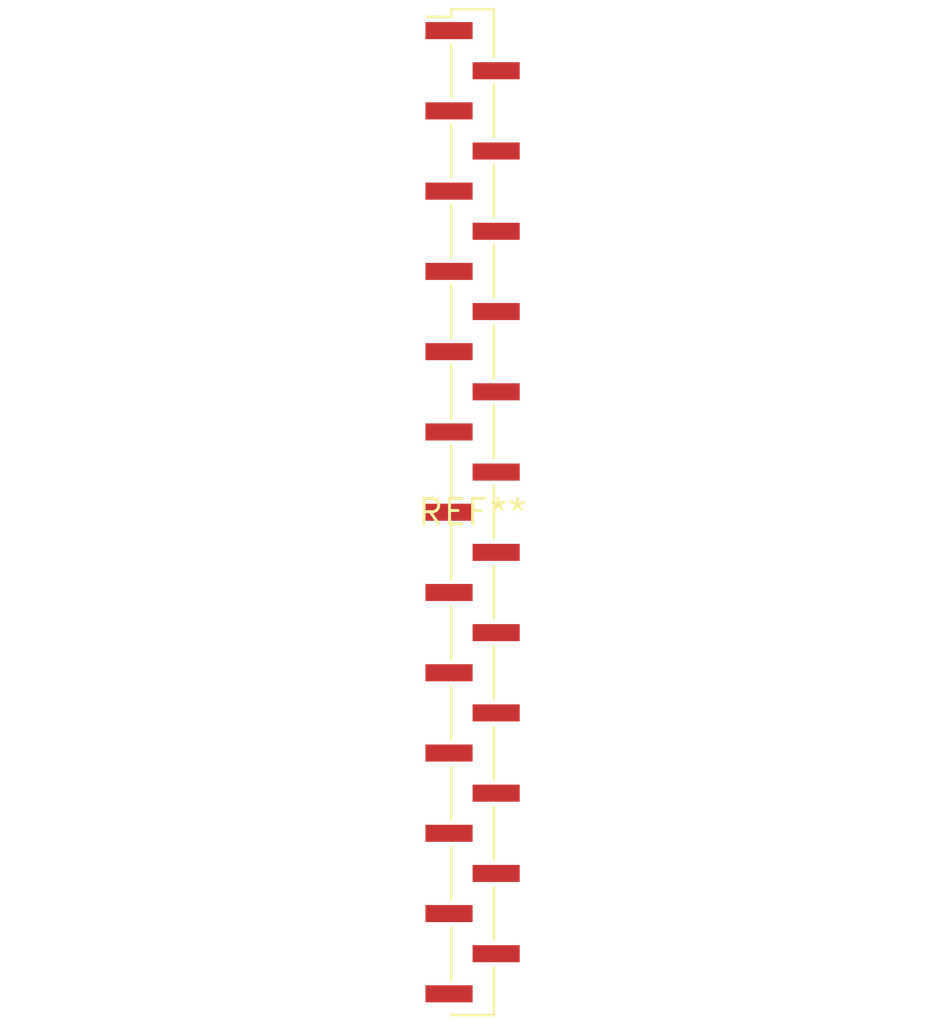
<source format=kicad_pcb>
(kicad_pcb (version 20240108) (generator pcbnew)
  (layers (0 "F.Cu" signal) (31 "B.Cu" signal) (34 "B.Paste" user) (35 "F.Paste" user) (36 "B.SilkS" user "B.Silkscreen") (37 "F.SilkS" user "F.Silkscreen") (38 "B.Mask" user) (39 "F.Mask" user) (44 "Edge.Cuts" user))
  (net 0 "")
  (footprint "PinHeader_1x25_P2.00mm_Vertical_SMD_Pin1Left" (layer "F.Cu") (at 0 0)
    (property "Reference" "REF**")
    (property "Value" "PinHeader_1x25_P2.00mm_Vertical_SMD_Pin1Left")
    (fp_line (start -1.06 -25.06) (end -1.06 -24.685) (layer "F.SilkS") (stroke (width 0.12)))
    (fp_line (start -1.06 -25.06) (end 1.06 -25.06) (layer "F.SilkS") (stroke (width 0.12)))
    (fp_line (start -1.06 -24.685) (end -2.29 -24.685) (layer "F.SilkS") (stroke (width 0.12)))
    (fp_line (start -1.06 -23.315) (end -1.06 -20.685) (layer "F.SilkS") (stroke (width 0.12)))
    (fp_line (start -1.06 -19.315) (end -1.06 -16.685) (layer "F.SilkS") (stroke (width 0.12)))
    (fp_line (start -1.06 -15.315) (end -1.06 -12.685) (layer "F.SilkS") (stroke (width 0.12)))
    (fp_line (start -1.06 -11.315) (end -1.06 -8.685) (layer "F.SilkS") (stroke (width 0.12)))
    (fp_line (start -1.06 -7.315) (end -1.06 -4.685) (layer "F.SilkS") (stroke (width 0.12)))
    (fp_line (start -1.06 -3.315) (end -1.06 -0.685) (layer "F.SilkS") (stroke (width 0.12)))
    (fp_line (start -1.06 0.685) (end -1.06 3.315) (layer "F.SilkS") (stroke (width 0.12)))
    (fp_line (start -1.06 4.685) (end -1.06 7.315) (layer "F.SilkS") (stroke (width 0.12)))
    (fp_line (start -1.06 8.685) (end -1.06 11.315) (layer "F.SilkS") (stroke (width 0.12)))
    (fp_line (start -1.06 12.685) (end -1.06 15.315) (layer "F.SilkS") (stroke (width 0.12)))
    (fp_line (start -1.06 16.685) (end -1.06 19.315) (layer "F.SilkS") (stroke (width 0.12)))
    (fp_line (start -1.06 20.685) (end -1.06 23.315) (layer "F.SilkS") (stroke (width 0.12)))
    (fp_line (start -1.06 25.06) (end 1.06 25.06) (layer "F.SilkS") (stroke (width 0.12)))
    (fp_line (start 1.06 -25.06) (end 1.06 -22.685) (layer "F.SilkS") (stroke (width 0.12)))
    (fp_line (start 1.06 -21.315) (end 1.06 -18.685) (layer "F.SilkS") (stroke (width 0.12)))
    (fp_line (start 1.06 -17.315) (end 1.06 -14.685) (layer "F.SilkS") (stroke (width 0.12)))
    (fp_line (start 1.06 -13.315) (end 1.06 -10.685) (layer "F.SilkS") (stroke (width 0.12)))
    (fp_line (start 1.06 -9.315) (end 1.06 -6.685) (layer "F.SilkS") (stroke (width 0.12)))
    (fp_line (start 1.06 -5.315) (end 1.06 -2.685) (layer "F.SilkS") (stroke (width 0.12)))
    (fp_line (start 1.06 -1.315) (end 1.06 1.315) (layer "F.SilkS") (stroke (width 0.12)))
    (fp_line (start 1.06 2.685) (end 1.06 5.315) (layer "F.SilkS") (stroke (width 0.12)))
    (fp_line (start 1.06 6.685) (end 1.06 9.315) (layer "F.SilkS") (stroke (width 0.12)))
    (fp_line (start 1.06 10.685) (end 1.06 13.315) (layer "F.SilkS") (stroke (width 0.12)))
    (fp_line (start 1.06 14.685) (end 1.06 17.315) (layer "F.SilkS") (stroke (width 0.12)))
    (fp_line (start 1.06 18.685) (end 1.06 21.315) (layer "F.SilkS") (stroke (width 0.12)))
    (fp_line (start 1.06 22.685) (end 1.06 25.06) (layer "F.SilkS") (stroke (width 0.12)))
    (fp_line (start 1.06 24.685) (end 1.06 25.06) (layer "F.SilkS") (stroke (width 0.12)))
    (pad "1" smd rect (at -1.175 -24) (size 2.35 0.85) (layers "F.Cu" "F.Paste" "F.Mask"))
    (pad "2" smd rect (at 1.175 -22) (size 2.35 0.85) (layers "F.Cu" "F.Paste" "F.Mask"))
    (pad "3" smd rect (at -1.175 -20) (size 2.35 0.85) (layers "F.Cu" "F.Paste" "F.Mask"))
    (pad "4" smd rect (at 1.175 -18) (size 2.35 0.85) (layers "F.Cu" "F.Paste" "F.Mask"))
    (pad "5" smd rect (at -1.175 -16) (size 2.35 0.85) (layers "F.Cu" "F.Paste" "F.Mask"))
    (pad "6" smd rect (at 1.175 -14) (size 2.35 0.85) (layers "F.Cu" "F.Paste" "F.Mask"))
    (pad "7" smd rect (at -1.175 -12) (size 2.35 0.85) (layers "F.Cu" "F.Paste" "F.Mask"))
    (pad "8" smd rect (at 1.175 -10) (size 2.35 0.85) (layers "F.Cu" "F.Paste" "F.Mask"))
    (pad "9" smd rect (at -1.175 -8) (size 2.35 0.85) (layers "F.Cu" "F.Paste" "F.Mask"))
    (pad "10" smd rect (at 1.175 -6) (size 2.35 0.85) (layers "F.Cu" "F.Paste" "F.Mask"))
    (pad "11" smd rect (at -1.175 -4) (size 2.35 0.85) (layers "F.Cu" "F.Paste" "F.Mask"))
    (pad "12" smd rect (at 1.175 -2) (size 2.35 0.85) (layers "F.Cu" "F.Paste" "F.Mask"))
    (pad "13" smd rect (at -1.175 0) (size 2.35 0.85) (layers "F.Cu" "F.Paste" "F.Mask"))
    (pad "14" smd rect (at 1.175 2) (size 2.35 0.85) (layers "F.Cu" "F.Paste" "F.Mask"))
    (pad "15" smd rect (at -1.175 4) (size 2.35 0.85) (layers "F.Cu" "F.Paste" "F.Mask"))
    (pad "16" smd rect (at 1.175 6) (size 2.35 0.85) (layers "F.Cu" "F.Paste" "F.Mask"))
    (pad "17" smd rect (at -1.175 8) (size 2.35 0.85) (layers "F.Cu" "F.Paste" "F.Mask"))
    (pad "18" smd rect (at 1.175 10) (size 2.35 0.85) (layers "F.Cu" "F.Paste" "F.Mask"))
    (pad "19" smd rect (at -1.175 12) (size 2.35 0.85) (layers "F.Cu" "F.Paste" "F.Mask"))
    (pad "20" smd rect (at 1.175 14) (size 2.35 0.85) (layers "F.Cu" "F.Paste" "F.Mask"))
    (pad "21" smd rect (at -1.175 16) (size 2.35 0.85) (layers "F.Cu" "F.Paste" "F.Mask"))
    (pad "22" smd rect (at 1.175 18) (size 2.35 0.85) (layers "F.Cu" "F.Paste" "F.Mask"))
    (pad "23" smd rect (at -1.175 20) (size 2.35 0.85) (layers "F.Cu" "F.Paste" "F.Mask"))
    (pad "24" smd rect (at 1.175 22) (size 2.35 0.85) (layers "F.Cu" "F.Paste" "F.Mask"))
    (pad "25" smd rect (at -1.175 24) (size 2.35 0.85) (layers "F.Cu" "F.Paste" "F.Mask"))
  )
)
</source>
